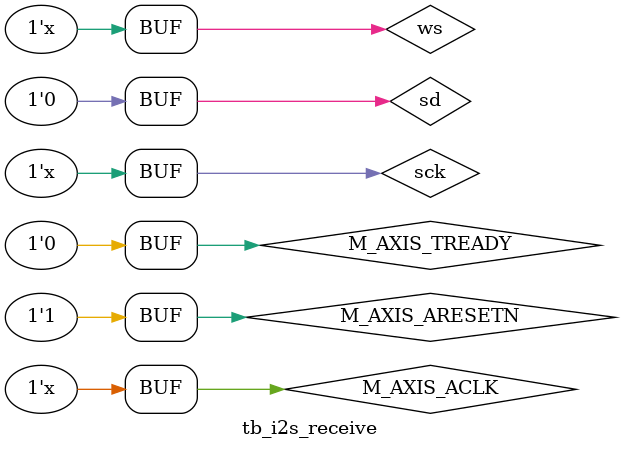
<source format=v>
module tb_i2s_receive;
  parameter DATA_WIDTH=32;
  parameter MCLK_PERIOD=20;
  parameter SCK_PERIOD = MCLK_PERIOD * 8;
  parameter WS_PERIOD = SCK_PERIOD * 64;

  reg M_AXIS_ACLK = 1'b0;
  reg M_AXIS_ARESETN = 1'b0;
  reg M_AXIS_TREADY = 1'b0;
  wire M_AXIS_TVALID;
  wire [DATA_WIDTH - 1:0] M_AXIS_TDATA;
  wire M_AXIS_TLAST;

  reg sck = 1'b0;
  reg ws = 1'b0;
  reg sd = 1'b0;


  i2s_receive u1(
    .M_AXIS_ACLK(M_AXIS_ACLK), 
    .M_AXIS_ARESETN(M_AXIS_ARESETN), 
    .M_AXIS_TREADY(M_AXIS_TREADY), 
    .M_AXIS_TVALID(M_AXIS_VALID),
    .M_AXIS_TDATA(M_AXIS_TDATA),
    .M_AXIS_TLAST(M_AXIS_TLAST),

    .sck(sck),
    .ws(ws),
    .sd(sd)
  );

  initial
  begin
    #15 M_AXIS_ARESETN = 1'b1;
  end

  always
    #(MCLK_PERIOD/2) M_AXIS_ACLK <= ~M_AXIS_ACLK;

  always
    #(SCK_PERIOD/2) sck <= ~sck;

  always
    #(WS_PERIOD/2) ws <= ~ws;
endmodule
</source>
